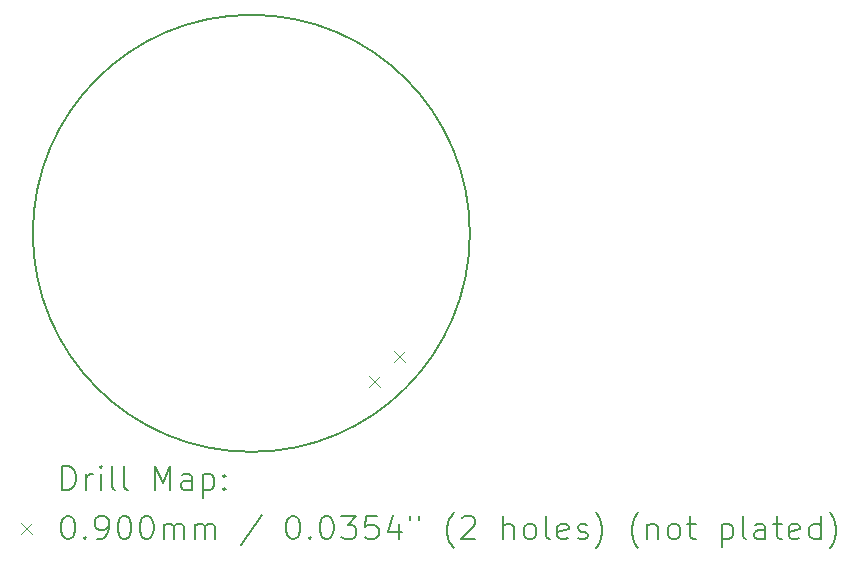
<source format=gbr>
%TF.GenerationSoftware,KiCad,Pcbnew,9.0.1*%
%TF.CreationDate,2025-10-21T12:51:46+03:00*%
%TF.ProjectId,Twyst-Hardware,54777973-742d-4486-9172-64776172652e,rev?*%
%TF.SameCoordinates,Original*%
%TF.FileFunction,Drillmap*%
%TF.FilePolarity,Positive*%
%FSLAX45Y45*%
G04 Gerber Fmt 4.5, Leading zero omitted, Abs format (unit mm)*
G04 Created by KiCad (PCBNEW 9.0.1) date 2025-10-21 12:51:46*
%MOMM*%
%LPD*%
G01*
G04 APERTURE LIST*
%ADD10C,0.200000*%
%ADD11C,0.100000*%
G04 APERTURE END LIST*
D10*
X16850000Y-10500000D02*
G75*
G02*
X13150000Y-10500000I-1850000J0D01*
G01*
X13150000Y-10500000D02*
G75*
G02*
X16850000Y-10500000I1850000J0D01*
G01*
D11*
X15997268Y-11709400D02*
X16087268Y-11799400D01*
X16087268Y-11709400D02*
X15997268Y-11799400D01*
X16209400Y-11497268D02*
X16299400Y-11587268D01*
X16299400Y-11497268D02*
X16209400Y-11587268D01*
D10*
X13400777Y-12671484D02*
X13400777Y-12471484D01*
X13400777Y-12471484D02*
X13448396Y-12471484D01*
X13448396Y-12471484D02*
X13476967Y-12481008D01*
X13476967Y-12481008D02*
X13496015Y-12500055D01*
X13496015Y-12500055D02*
X13505539Y-12519103D01*
X13505539Y-12519103D02*
X13515062Y-12557198D01*
X13515062Y-12557198D02*
X13515062Y-12585769D01*
X13515062Y-12585769D02*
X13505539Y-12623865D01*
X13505539Y-12623865D02*
X13496015Y-12642912D01*
X13496015Y-12642912D02*
X13476967Y-12661960D01*
X13476967Y-12661960D02*
X13448396Y-12671484D01*
X13448396Y-12671484D02*
X13400777Y-12671484D01*
X13600777Y-12671484D02*
X13600777Y-12538150D01*
X13600777Y-12576246D02*
X13610301Y-12557198D01*
X13610301Y-12557198D02*
X13619824Y-12547674D01*
X13619824Y-12547674D02*
X13638872Y-12538150D01*
X13638872Y-12538150D02*
X13657920Y-12538150D01*
X13724586Y-12671484D02*
X13724586Y-12538150D01*
X13724586Y-12471484D02*
X13715062Y-12481008D01*
X13715062Y-12481008D02*
X13724586Y-12490531D01*
X13724586Y-12490531D02*
X13734110Y-12481008D01*
X13734110Y-12481008D02*
X13724586Y-12471484D01*
X13724586Y-12471484D02*
X13724586Y-12490531D01*
X13848396Y-12671484D02*
X13829348Y-12661960D01*
X13829348Y-12661960D02*
X13819824Y-12642912D01*
X13819824Y-12642912D02*
X13819824Y-12471484D01*
X13953158Y-12671484D02*
X13934110Y-12661960D01*
X13934110Y-12661960D02*
X13924586Y-12642912D01*
X13924586Y-12642912D02*
X13924586Y-12471484D01*
X14181729Y-12671484D02*
X14181729Y-12471484D01*
X14181729Y-12471484D02*
X14248396Y-12614341D01*
X14248396Y-12614341D02*
X14315062Y-12471484D01*
X14315062Y-12471484D02*
X14315062Y-12671484D01*
X14496015Y-12671484D02*
X14496015Y-12566722D01*
X14496015Y-12566722D02*
X14486491Y-12547674D01*
X14486491Y-12547674D02*
X14467443Y-12538150D01*
X14467443Y-12538150D02*
X14429348Y-12538150D01*
X14429348Y-12538150D02*
X14410301Y-12547674D01*
X14496015Y-12661960D02*
X14476967Y-12671484D01*
X14476967Y-12671484D02*
X14429348Y-12671484D01*
X14429348Y-12671484D02*
X14410301Y-12661960D01*
X14410301Y-12661960D02*
X14400777Y-12642912D01*
X14400777Y-12642912D02*
X14400777Y-12623865D01*
X14400777Y-12623865D02*
X14410301Y-12604817D01*
X14410301Y-12604817D02*
X14429348Y-12595293D01*
X14429348Y-12595293D02*
X14476967Y-12595293D01*
X14476967Y-12595293D02*
X14496015Y-12585769D01*
X14591253Y-12538150D02*
X14591253Y-12738150D01*
X14591253Y-12547674D02*
X14610301Y-12538150D01*
X14610301Y-12538150D02*
X14648396Y-12538150D01*
X14648396Y-12538150D02*
X14667443Y-12547674D01*
X14667443Y-12547674D02*
X14676967Y-12557198D01*
X14676967Y-12557198D02*
X14686491Y-12576246D01*
X14686491Y-12576246D02*
X14686491Y-12633388D01*
X14686491Y-12633388D02*
X14676967Y-12652436D01*
X14676967Y-12652436D02*
X14667443Y-12661960D01*
X14667443Y-12661960D02*
X14648396Y-12671484D01*
X14648396Y-12671484D02*
X14610301Y-12671484D01*
X14610301Y-12671484D02*
X14591253Y-12661960D01*
X14772205Y-12652436D02*
X14781729Y-12661960D01*
X14781729Y-12661960D02*
X14772205Y-12671484D01*
X14772205Y-12671484D02*
X14762682Y-12661960D01*
X14762682Y-12661960D02*
X14772205Y-12652436D01*
X14772205Y-12652436D02*
X14772205Y-12671484D01*
X14772205Y-12547674D02*
X14781729Y-12557198D01*
X14781729Y-12557198D02*
X14772205Y-12566722D01*
X14772205Y-12566722D02*
X14762682Y-12557198D01*
X14762682Y-12557198D02*
X14772205Y-12547674D01*
X14772205Y-12547674D02*
X14772205Y-12566722D01*
D11*
X13050000Y-12955000D02*
X13140000Y-13045000D01*
X13140000Y-12955000D02*
X13050000Y-13045000D01*
D10*
X13438872Y-12891484D02*
X13457920Y-12891484D01*
X13457920Y-12891484D02*
X13476967Y-12901008D01*
X13476967Y-12901008D02*
X13486491Y-12910531D01*
X13486491Y-12910531D02*
X13496015Y-12929579D01*
X13496015Y-12929579D02*
X13505539Y-12967674D01*
X13505539Y-12967674D02*
X13505539Y-13015293D01*
X13505539Y-13015293D02*
X13496015Y-13053388D01*
X13496015Y-13053388D02*
X13486491Y-13072436D01*
X13486491Y-13072436D02*
X13476967Y-13081960D01*
X13476967Y-13081960D02*
X13457920Y-13091484D01*
X13457920Y-13091484D02*
X13438872Y-13091484D01*
X13438872Y-13091484D02*
X13419824Y-13081960D01*
X13419824Y-13081960D02*
X13410301Y-13072436D01*
X13410301Y-13072436D02*
X13400777Y-13053388D01*
X13400777Y-13053388D02*
X13391253Y-13015293D01*
X13391253Y-13015293D02*
X13391253Y-12967674D01*
X13391253Y-12967674D02*
X13400777Y-12929579D01*
X13400777Y-12929579D02*
X13410301Y-12910531D01*
X13410301Y-12910531D02*
X13419824Y-12901008D01*
X13419824Y-12901008D02*
X13438872Y-12891484D01*
X13591253Y-13072436D02*
X13600777Y-13081960D01*
X13600777Y-13081960D02*
X13591253Y-13091484D01*
X13591253Y-13091484D02*
X13581729Y-13081960D01*
X13581729Y-13081960D02*
X13591253Y-13072436D01*
X13591253Y-13072436D02*
X13591253Y-13091484D01*
X13696015Y-13091484D02*
X13734110Y-13091484D01*
X13734110Y-13091484D02*
X13753158Y-13081960D01*
X13753158Y-13081960D02*
X13762682Y-13072436D01*
X13762682Y-13072436D02*
X13781729Y-13043865D01*
X13781729Y-13043865D02*
X13791253Y-13005769D01*
X13791253Y-13005769D02*
X13791253Y-12929579D01*
X13791253Y-12929579D02*
X13781729Y-12910531D01*
X13781729Y-12910531D02*
X13772205Y-12901008D01*
X13772205Y-12901008D02*
X13753158Y-12891484D01*
X13753158Y-12891484D02*
X13715062Y-12891484D01*
X13715062Y-12891484D02*
X13696015Y-12901008D01*
X13696015Y-12901008D02*
X13686491Y-12910531D01*
X13686491Y-12910531D02*
X13676967Y-12929579D01*
X13676967Y-12929579D02*
X13676967Y-12977198D01*
X13676967Y-12977198D02*
X13686491Y-12996246D01*
X13686491Y-12996246D02*
X13696015Y-13005769D01*
X13696015Y-13005769D02*
X13715062Y-13015293D01*
X13715062Y-13015293D02*
X13753158Y-13015293D01*
X13753158Y-13015293D02*
X13772205Y-13005769D01*
X13772205Y-13005769D02*
X13781729Y-12996246D01*
X13781729Y-12996246D02*
X13791253Y-12977198D01*
X13915062Y-12891484D02*
X13934110Y-12891484D01*
X13934110Y-12891484D02*
X13953158Y-12901008D01*
X13953158Y-12901008D02*
X13962682Y-12910531D01*
X13962682Y-12910531D02*
X13972205Y-12929579D01*
X13972205Y-12929579D02*
X13981729Y-12967674D01*
X13981729Y-12967674D02*
X13981729Y-13015293D01*
X13981729Y-13015293D02*
X13972205Y-13053388D01*
X13972205Y-13053388D02*
X13962682Y-13072436D01*
X13962682Y-13072436D02*
X13953158Y-13081960D01*
X13953158Y-13081960D02*
X13934110Y-13091484D01*
X13934110Y-13091484D02*
X13915062Y-13091484D01*
X13915062Y-13091484D02*
X13896015Y-13081960D01*
X13896015Y-13081960D02*
X13886491Y-13072436D01*
X13886491Y-13072436D02*
X13876967Y-13053388D01*
X13876967Y-13053388D02*
X13867443Y-13015293D01*
X13867443Y-13015293D02*
X13867443Y-12967674D01*
X13867443Y-12967674D02*
X13876967Y-12929579D01*
X13876967Y-12929579D02*
X13886491Y-12910531D01*
X13886491Y-12910531D02*
X13896015Y-12901008D01*
X13896015Y-12901008D02*
X13915062Y-12891484D01*
X14105539Y-12891484D02*
X14124586Y-12891484D01*
X14124586Y-12891484D02*
X14143634Y-12901008D01*
X14143634Y-12901008D02*
X14153158Y-12910531D01*
X14153158Y-12910531D02*
X14162682Y-12929579D01*
X14162682Y-12929579D02*
X14172205Y-12967674D01*
X14172205Y-12967674D02*
X14172205Y-13015293D01*
X14172205Y-13015293D02*
X14162682Y-13053388D01*
X14162682Y-13053388D02*
X14153158Y-13072436D01*
X14153158Y-13072436D02*
X14143634Y-13081960D01*
X14143634Y-13081960D02*
X14124586Y-13091484D01*
X14124586Y-13091484D02*
X14105539Y-13091484D01*
X14105539Y-13091484D02*
X14086491Y-13081960D01*
X14086491Y-13081960D02*
X14076967Y-13072436D01*
X14076967Y-13072436D02*
X14067443Y-13053388D01*
X14067443Y-13053388D02*
X14057920Y-13015293D01*
X14057920Y-13015293D02*
X14057920Y-12967674D01*
X14057920Y-12967674D02*
X14067443Y-12929579D01*
X14067443Y-12929579D02*
X14076967Y-12910531D01*
X14076967Y-12910531D02*
X14086491Y-12901008D01*
X14086491Y-12901008D02*
X14105539Y-12891484D01*
X14257920Y-13091484D02*
X14257920Y-12958150D01*
X14257920Y-12977198D02*
X14267443Y-12967674D01*
X14267443Y-12967674D02*
X14286491Y-12958150D01*
X14286491Y-12958150D02*
X14315063Y-12958150D01*
X14315063Y-12958150D02*
X14334110Y-12967674D01*
X14334110Y-12967674D02*
X14343634Y-12986722D01*
X14343634Y-12986722D02*
X14343634Y-13091484D01*
X14343634Y-12986722D02*
X14353158Y-12967674D01*
X14353158Y-12967674D02*
X14372205Y-12958150D01*
X14372205Y-12958150D02*
X14400777Y-12958150D01*
X14400777Y-12958150D02*
X14419824Y-12967674D01*
X14419824Y-12967674D02*
X14429348Y-12986722D01*
X14429348Y-12986722D02*
X14429348Y-13091484D01*
X14524586Y-13091484D02*
X14524586Y-12958150D01*
X14524586Y-12977198D02*
X14534110Y-12967674D01*
X14534110Y-12967674D02*
X14553158Y-12958150D01*
X14553158Y-12958150D02*
X14581729Y-12958150D01*
X14581729Y-12958150D02*
X14600777Y-12967674D01*
X14600777Y-12967674D02*
X14610301Y-12986722D01*
X14610301Y-12986722D02*
X14610301Y-13091484D01*
X14610301Y-12986722D02*
X14619824Y-12967674D01*
X14619824Y-12967674D02*
X14638872Y-12958150D01*
X14638872Y-12958150D02*
X14667443Y-12958150D01*
X14667443Y-12958150D02*
X14686491Y-12967674D01*
X14686491Y-12967674D02*
X14696015Y-12986722D01*
X14696015Y-12986722D02*
X14696015Y-13091484D01*
X15086491Y-12881960D02*
X14915063Y-13139103D01*
X15343634Y-12891484D02*
X15362682Y-12891484D01*
X15362682Y-12891484D02*
X15381729Y-12901008D01*
X15381729Y-12901008D02*
X15391253Y-12910531D01*
X15391253Y-12910531D02*
X15400777Y-12929579D01*
X15400777Y-12929579D02*
X15410301Y-12967674D01*
X15410301Y-12967674D02*
X15410301Y-13015293D01*
X15410301Y-13015293D02*
X15400777Y-13053388D01*
X15400777Y-13053388D02*
X15391253Y-13072436D01*
X15391253Y-13072436D02*
X15381729Y-13081960D01*
X15381729Y-13081960D02*
X15362682Y-13091484D01*
X15362682Y-13091484D02*
X15343634Y-13091484D01*
X15343634Y-13091484D02*
X15324586Y-13081960D01*
X15324586Y-13081960D02*
X15315063Y-13072436D01*
X15315063Y-13072436D02*
X15305539Y-13053388D01*
X15305539Y-13053388D02*
X15296015Y-13015293D01*
X15296015Y-13015293D02*
X15296015Y-12967674D01*
X15296015Y-12967674D02*
X15305539Y-12929579D01*
X15305539Y-12929579D02*
X15315063Y-12910531D01*
X15315063Y-12910531D02*
X15324586Y-12901008D01*
X15324586Y-12901008D02*
X15343634Y-12891484D01*
X15496015Y-13072436D02*
X15505539Y-13081960D01*
X15505539Y-13081960D02*
X15496015Y-13091484D01*
X15496015Y-13091484D02*
X15486491Y-13081960D01*
X15486491Y-13081960D02*
X15496015Y-13072436D01*
X15496015Y-13072436D02*
X15496015Y-13091484D01*
X15629348Y-12891484D02*
X15648396Y-12891484D01*
X15648396Y-12891484D02*
X15667444Y-12901008D01*
X15667444Y-12901008D02*
X15676967Y-12910531D01*
X15676967Y-12910531D02*
X15686491Y-12929579D01*
X15686491Y-12929579D02*
X15696015Y-12967674D01*
X15696015Y-12967674D02*
X15696015Y-13015293D01*
X15696015Y-13015293D02*
X15686491Y-13053388D01*
X15686491Y-13053388D02*
X15676967Y-13072436D01*
X15676967Y-13072436D02*
X15667444Y-13081960D01*
X15667444Y-13081960D02*
X15648396Y-13091484D01*
X15648396Y-13091484D02*
X15629348Y-13091484D01*
X15629348Y-13091484D02*
X15610301Y-13081960D01*
X15610301Y-13081960D02*
X15600777Y-13072436D01*
X15600777Y-13072436D02*
X15591253Y-13053388D01*
X15591253Y-13053388D02*
X15581729Y-13015293D01*
X15581729Y-13015293D02*
X15581729Y-12967674D01*
X15581729Y-12967674D02*
X15591253Y-12929579D01*
X15591253Y-12929579D02*
X15600777Y-12910531D01*
X15600777Y-12910531D02*
X15610301Y-12901008D01*
X15610301Y-12901008D02*
X15629348Y-12891484D01*
X15762682Y-12891484D02*
X15886491Y-12891484D01*
X15886491Y-12891484D02*
X15819825Y-12967674D01*
X15819825Y-12967674D02*
X15848396Y-12967674D01*
X15848396Y-12967674D02*
X15867444Y-12977198D01*
X15867444Y-12977198D02*
X15876967Y-12986722D01*
X15876967Y-12986722D02*
X15886491Y-13005769D01*
X15886491Y-13005769D02*
X15886491Y-13053388D01*
X15886491Y-13053388D02*
X15876967Y-13072436D01*
X15876967Y-13072436D02*
X15867444Y-13081960D01*
X15867444Y-13081960D02*
X15848396Y-13091484D01*
X15848396Y-13091484D02*
X15791253Y-13091484D01*
X15791253Y-13091484D02*
X15772206Y-13081960D01*
X15772206Y-13081960D02*
X15762682Y-13072436D01*
X16067444Y-12891484D02*
X15972206Y-12891484D01*
X15972206Y-12891484D02*
X15962682Y-12986722D01*
X15962682Y-12986722D02*
X15972206Y-12977198D01*
X15972206Y-12977198D02*
X15991253Y-12967674D01*
X15991253Y-12967674D02*
X16038872Y-12967674D01*
X16038872Y-12967674D02*
X16057920Y-12977198D01*
X16057920Y-12977198D02*
X16067444Y-12986722D01*
X16067444Y-12986722D02*
X16076967Y-13005769D01*
X16076967Y-13005769D02*
X16076967Y-13053388D01*
X16076967Y-13053388D02*
X16067444Y-13072436D01*
X16067444Y-13072436D02*
X16057920Y-13081960D01*
X16057920Y-13081960D02*
X16038872Y-13091484D01*
X16038872Y-13091484D02*
X15991253Y-13091484D01*
X15991253Y-13091484D02*
X15972206Y-13081960D01*
X15972206Y-13081960D02*
X15962682Y-13072436D01*
X16248396Y-12958150D02*
X16248396Y-13091484D01*
X16200777Y-12881960D02*
X16153158Y-13024817D01*
X16153158Y-13024817D02*
X16276967Y-13024817D01*
X16343634Y-12891484D02*
X16343634Y-12929579D01*
X16419825Y-12891484D02*
X16419825Y-12929579D01*
X16715063Y-13167674D02*
X16705539Y-13158150D01*
X16705539Y-13158150D02*
X16686491Y-13129579D01*
X16686491Y-13129579D02*
X16676968Y-13110531D01*
X16676968Y-13110531D02*
X16667444Y-13081960D01*
X16667444Y-13081960D02*
X16657920Y-13034341D01*
X16657920Y-13034341D02*
X16657920Y-12996246D01*
X16657920Y-12996246D02*
X16667444Y-12948627D01*
X16667444Y-12948627D02*
X16676968Y-12920055D01*
X16676968Y-12920055D02*
X16686491Y-12901008D01*
X16686491Y-12901008D02*
X16705539Y-12872436D01*
X16705539Y-12872436D02*
X16715063Y-12862912D01*
X16781730Y-12910531D02*
X16791253Y-12901008D01*
X16791253Y-12901008D02*
X16810301Y-12891484D01*
X16810301Y-12891484D02*
X16857920Y-12891484D01*
X16857920Y-12891484D02*
X16876968Y-12901008D01*
X16876968Y-12901008D02*
X16886491Y-12910531D01*
X16886491Y-12910531D02*
X16896015Y-12929579D01*
X16896015Y-12929579D02*
X16896015Y-12948627D01*
X16896015Y-12948627D02*
X16886491Y-12977198D01*
X16886491Y-12977198D02*
X16772206Y-13091484D01*
X16772206Y-13091484D02*
X16896015Y-13091484D01*
X17134111Y-13091484D02*
X17134111Y-12891484D01*
X17219825Y-13091484D02*
X17219825Y-12986722D01*
X17219825Y-12986722D02*
X17210301Y-12967674D01*
X17210301Y-12967674D02*
X17191253Y-12958150D01*
X17191253Y-12958150D02*
X17162682Y-12958150D01*
X17162682Y-12958150D02*
X17143634Y-12967674D01*
X17143634Y-12967674D02*
X17134111Y-12977198D01*
X17343634Y-13091484D02*
X17324587Y-13081960D01*
X17324587Y-13081960D02*
X17315063Y-13072436D01*
X17315063Y-13072436D02*
X17305539Y-13053388D01*
X17305539Y-13053388D02*
X17305539Y-12996246D01*
X17305539Y-12996246D02*
X17315063Y-12977198D01*
X17315063Y-12977198D02*
X17324587Y-12967674D01*
X17324587Y-12967674D02*
X17343634Y-12958150D01*
X17343634Y-12958150D02*
X17372206Y-12958150D01*
X17372206Y-12958150D02*
X17391253Y-12967674D01*
X17391253Y-12967674D02*
X17400777Y-12977198D01*
X17400777Y-12977198D02*
X17410301Y-12996246D01*
X17410301Y-12996246D02*
X17410301Y-13053388D01*
X17410301Y-13053388D02*
X17400777Y-13072436D01*
X17400777Y-13072436D02*
X17391253Y-13081960D01*
X17391253Y-13081960D02*
X17372206Y-13091484D01*
X17372206Y-13091484D02*
X17343634Y-13091484D01*
X17524587Y-13091484D02*
X17505539Y-13081960D01*
X17505539Y-13081960D02*
X17496015Y-13062912D01*
X17496015Y-13062912D02*
X17496015Y-12891484D01*
X17676968Y-13081960D02*
X17657920Y-13091484D01*
X17657920Y-13091484D02*
X17619825Y-13091484D01*
X17619825Y-13091484D02*
X17600777Y-13081960D01*
X17600777Y-13081960D02*
X17591253Y-13062912D01*
X17591253Y-13062912D02*
X17591253Y-12986722D01*
X17591253Y-12986722D02*
X17600777Y-12967674D01*
X17600777Y-12967674D02*
X17619825Y-12958150D01*
X17619825Y-12958150D02*
X17657920Y-12958150D01*
X17657920Y-12958150D02*
X17676968Y-12967674D01*
X17676968Y-12967674D02*
X17686492Y-12986722D01*
X17686492Y-12986722D02*
X17686492Y-13005769D01*
X17686492Y-13005769D02*
X17591253Y-13024817D01*
X17762682Y-13081960D02*
X17781730Y-13091484D01*
X17781730Y-13091484D02*
X17819825Y-13091484D01*
X17819825Y-13091484D02*
X17838873Y-13081960D01*
X17838873Y-13081960D02*
X17848396Y-13062912D01*
X17848396Y-13062912D02*
X17848396Y-13053388D01*
X17848396Y-13053388D02*
X17838873Y-13034341D01*
X17838873Y-13034341D02*
X17819825Y-13024817D01*
X17819825Y-13024817D02*
X17791253Y-13024817D01*
X17791253Y-13024817D02*
X17772206Y-13015293D01*
X17772206Y-13015293D02*
X17762682Y-12996246D01*
X17762682Y-12996246D02*
X17762682Y-12986722D01*
X17762682Y-12986722D02*
X17772206Y-12967674D01*
X17772206Y-12967674D02*
X17791253Y-12958150D01*
X17791253Y-12958150D02*
X17819825Y-12958150D01*
X17819825Y-12958150D02*
X17838873Y-12967674D01*
X17915063Y-13167674D02*
X17924587Y-13158150D01*
X17924587Y-13158150D02*
X17943634Y-13129579D01*
X17943634Y-13129579D02*
X17953158Y-13110531D01*
X17953158Y-13110531D02*
X17962682Y-13081960D01*
X17962682Y-13081960D02*
X17972206Y-13034341D01*
X17972206Y-13034341D02*
X17972206Y-12996246D01*
X17972206Y-12996246D02*
X17962682Y-12948627D01*
X17962682Y-12948627D02*
X17953158Y-12920055D01*
X17953158Y-12920055D02*
X17943634Y-12901008D01*
X17943634Y-12901008D02*
X17924587Y-12872436D01*
X17924587Y-12872436D02*
X17915063Y-12862912D01*
X18276968Y-13167674D02*
X18267444Y-13158150D01*
X18267444Y-13158150D02*
X18248396Y-13129579D01*
X18248396Y-13129579D02*
X18238873Y-13110531D01*
X18238873Y-13110531D02*
X18229349Y-13081960D01*
X18229349Y-13081960D02*
X18219825Y-13034341D01*
X18219825Y-13034341D02*
X18219825Y-12996246D01*
X18219825Y-12996246D02*
X18229349Y-12948627D01*
X18229349Y-12948627D02*
X18238873Y-12920055D01*
X18238873Y-12920055D02*
X18248396Y-12901008D01*
X18248396Y-12901008D02*
X18267444Y-12872436D01*
X18267444Y-12872436D02*
X18276968Y-12862912D01*
X18353158Y-12958150D02*
X18353158Y-13091484D01*
X18353158Y-12977198D02*
X18362682Y-12967674D01*
X18362682Y-12967674D02*
X18381730Y-12958150D01*
X18381730Y-12958150D02*
X18410301Y-12958150D01*
X18410301Y-12958150D02*
X18429349Y-12967674D01*
X18429349Y-12967674D02*
X18438873Y-12986722D01*
X18438873Y-12986722D02*
X18438873Y-13091484D01*
X18562682Y-13091484D02*
X18543634Y-13081960D01*
X18543634Y-13081960D02*
X18534111Y-13072436D01*
X18534111Y-13072436D02*
X18524587Y-13053388D01*
X18524587Y-13053388D02*
X18524587Y-12996246D01*
X18524587Y-12996246D02*
X18534111Y-12977198D01*
X18534111Y-12977198D02*
X18543634Y-12967674D01*
X18543634Y-12967674D02*
X18562682Y-12958150D01*
X18562682Y-12958150D02*
X18591254Y-12958150D01*
X18591254Y-12958150D02*
X18610301Y-12967674D01*
X18610301Y-12967674D02*
X18619825Y-12977198D01*
X18619825Y-12977198D02*
X18629349Y-12996246D01*
X18629349Y-12996246D02*
X18629349Y-13053388D01*
X18629349Y-13053388D02*
X18619825Y-13072436D01*
X18619825Y-13072436D02*
X18610301Y-13081960D01*
X18610301Y-13081960D02*
X18591254Y-13091484D01*
X18591254Y-13091484D02*
X18562682Y-13091484D01*
X18686492Y-12958150D02*
X18762682Y-12958150D01*
X18715063Y-12891484D02*
X18715063Y-13062912D01*
X18715063Y-13062912D02*
X18724587Y-13081960D01*
X18724587Y-13081960D02*
X18743634Y-13091484D01*
X18743634Y-13091484D02*
X18762682Y-13091484D01*
X18981730Y-12958150D02*
X18981730Y-13158150D01*
X18981730Y-12967674D02*
X19000777Y-12958150D01*
X19000777Y-12958150D02*
X19038873Y-12958150D01*
X19038873Y-12958150D02*
X19057920Y-12967674D01*
X19057920Y-12967674D02*
X19067444Y-12977198D01*
X19067444Y-12977198D02*
X19076968Y-12996246D01*
X19076968Y-12996246D02*
X19076968Y-13053388D01*
X19076968Y-13053388D02*
X19067444Y-13072436D01*
X19067444Y-13072436D02*
X19057920Y-13081960D01*
X19057920Y-13081960D02*
X19038873Y-13091484D01*
X19038873Y-13091484D02*
X19000777Y-13091484D01*
X19000777Y-13091484D02*
X18981730Y-13081960D01*
X19191254Y-13091484D02*
X19172206Y-13081960D01*
X19172206Y-13081960D02*
X19162682Y-13062912D01*
X19162682Y-13062912D02*
X19162682Y-12891484D01*
X19353158Y-13091484D02*
X19353158Y-12986722D01*
X19353158Y-12986722D02*
X19343635Y-12967674D01*
X19343635Y-12967674D02*
X19324587Y-12958150D01*
X19324587Y-12958150D02*
X19286492Y-12958150D01*
X19286492Y-12958150D02*
X19267444Y-12967674D01*
X19353158Y-13081960D02*
X19334111Y-13091484D01*
X19334111Y-13091484D02*
X19286492Y-13091484D01*
X19286492Y-13091484D02*
X19267444Y-13081960D01*
X19267444Y-13081960D02*
X19257920Y-13062912D01*
X19257920Y-13062912D02*
X19257920Y-13043865D01*
X19257920Y-13043865D02*
X19267444Y-13024817D01*
X19267444Y-13024817D02*
X19286492Y-13015293D01*
X19286492Y-13015293D02*
X19334111Y-13015293D01*
X19334111Y-13015293D02*
X19353158Y-13005769D01*
X19419825Y-12958150D02*
X19496015Y-12958150D01*
X19448396Y-12891484D02*
X19448396Y-13062912D01*
X19448396Y-13062912D02*
X19457920Y-13081960D01*
X19457920Y-13081960D02*
X19476968Y-13091484D01*
X19476968Y-13091484D02*
X19496015Y-13091484D01*
X19638873Y-13081960D02*
X19619825Y-13091484D01*
X19619825Y-13091484D02*
X19581730Y-13091484D01*
X19581730Y-13091484D02*
X19562682Y-13081960D01*
X19562682Y-13081960D02*
X19553158Y-13062912D01*
X19553158Y-13062912D02*
X19553158Y-12986722D01*
X19553158Y-12986722D02*
X19562682Y-12967674D01*
X19562682Y-12967674D02*
X19581730Y-12958150D01*
X19581730Y-12958150D02*
X19619825Y-12958150D01*
X19619825Y-12958150D02*
X19638873Y-12967674D01*
X19638873Y-12967674D02*
X19648396Y-12986722D01*
X19648396Y-12986722D02*
X19648396Y-13005769D01*
X19648396Y-13005769D02*
X19553158Y-13024817D01*
X19819825Y-13091484D02*
X19819825Y-12891484D01*
X19819825Y-13081960D02*
X19800777Y-13091484D01*
X19800777Y-13091484D02*
X19762682Y-13091484D01*
X19762682Y-13091484D02*
X19743635Y-13081960D01*
X19743635Y-13081960D02*
X19734111Y-13072436D01*
X19734111Y-13072436D02*
X19724587Y-13053388D01*
X19724587Y-13053388D02*
X19724587Y-12996246D01*
X19724587Y-12996246D02*
X19734111Y-12977198D01*
X19734111Y-12977198D02*
X19743635Y-12967674D01*
X19743635Y-12967674D02*
X19762682Y-12958150D01*
X19762682Y-12958150D02*
X19800777Y-12958150D01*
X19800777Y-12958150D02*
X19819825Y-12967674D01*
X19896016Y-13167674D02*
X19905539Y-13158150D01*
X19905539Y-13158150D02*
X19924587Y-13129579D01*
X19924587Y-13129579D02*
X19934111Y-13110531D01*
X19934111Y-13110531D02*
X19943635Y-13081960D01*
X19943635Y-13081960D02*
X19953158Y-13034341D01*
X19953158Y-13034341D02*
X19953158Y-12996246D01*
X19953158Y-12996246D02*
X19943635Y-12948627D01*
X19943635Y-12948627D02*
X19934111Y-12920055D01*
X19934111Y-12920055D02*
X19924587Y-12901008D01*
X19924587Y-12901008D02*
X19905539Y-12872436D01*
X19905539Y-12872436D02*
X19896016Y-12862912D01*
M02*

</source>
